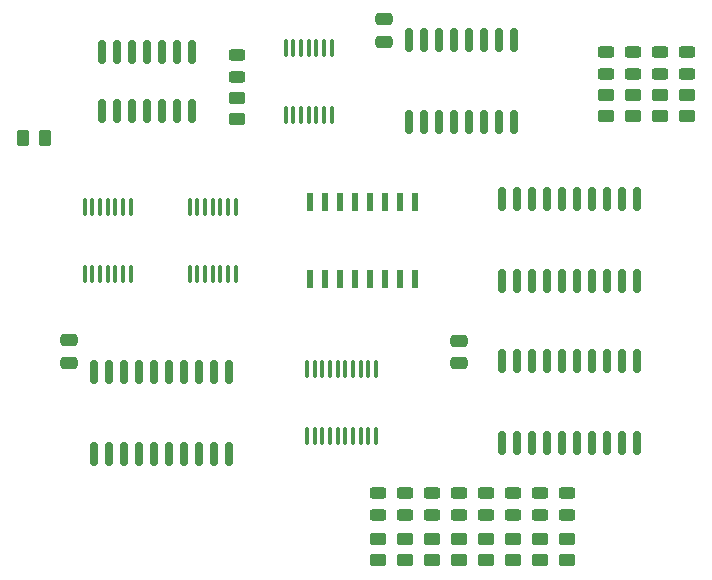
<source format=gbr>
%TF.GenerationSoftware,KiCad,Pcbnew,(6.0.0-0)*%
%TF.CreationDate,2022-10-19T23:32:27-04:00*%
%TF.ProjectId,new-interrupt-handler,6e65772d-696e-4746-9572-727570742d68,rev?*%
%TF.SameCoordinates,Original*%
%TF.FileFunction,Paste,Top*%
%TF.FilePolarity,Positive*%
%FSLAX46Y46*%
G04 Gerber Fmt 4.6, Leading zero omitted, Abs format (unit mm)*
G04 Created by KiCad (PCBNEW (6.0.0-0)) date 2022-10-19 23:32:27*
%MOMM*%
%LPD*%
G01*
G04 APERTURE LIST*
G04 Aperture macros list*
%AMRoundRect*
0 Rectangle with rounded corners*
0 $1 Rounding radius*
0 $2 $3 $4 $5 $6 $7 $8 $9 X,Y pos of 4 corners*
0 Add a 4 corners polygon primitive as box body*
4,1,4,$2,$3,$4,$5,$6,$7,$8,$9,$2,$3,0*
0 Add four circle primitives for the rounded corners*
1,1,$1+$1,$2,$3*
1,1,$1+$1,$4,$5*
1,1,$1+$1,$6,$7*
1,1,$1+$1,$8,$9*
0 Add four rect primitives between the rounded corners*
20,1,$1+$1,$2,$3,$4,$5,0*
20,1,$1+$1,$4,$5,$6,$7,0*
20,1,$1+$1,$6,$7,$8,$9,0*
20,1,$1+$1,$8,$9,$2,$3,0*%
G04 Aperture macros list end*
%ADD10RoundRect,0.150000X0.150000X-0.825000X0.150000X0.825000X-0.150000X0.825000X-0.150000X-0.825000X0*%
%ADD11RoundRect,0.250000X-0.450000X0.262500X-0.450000X-0.262500X0.450000X-0.262500X0.450000X0.262500X0*%
%ADD12RoundRect,0.137500X0.137500X-0.662500X0.137500X0.662500X-0.137500X0.662500X-0.137500X-0.662500X0*%
%ADD13RoundRect,0.150000X0.150000X-0.837500X0.150000X0.837500X-0.150000X0.837500X-0.150000X-0.837500X0*%
%ADD14RoundRect,0.243750X0.456250X-0.243750X0.456250X0.243750X-0.456250X0.243750X-0.456250X-0.243750X0*%
%ADD15RoundRect,0.100000X0.100000X-0.637500X0.100000X0.637500X-0.100000X0.637500X-0.100000X-0.637500X0*%
%ADD16RoundRect,0.250000X-0.262500X-0.450000X0.262500X-0.450000X0.262500X0.450000X-0.262500X0.450000X0*%
%ADD17RoundRect,0.250000X0.475000X-0.250000X0.475000X0.250000X-0.475000X0.250000X-0.475000X-0.250000X0*%
G04 APERTURE END LIST*
D10*
%TO.C,U3*%
X98044000Y-87819000D03*
X99314000Y-87819000D03*
X100584000Y-87819000D03*
X101854000Y-87819000D03*
X103124000Y-87819000D03*
X104394000Y-87819000D03*
X105664000Y-87819000D03*
X105664000Y-82869000D03*
X104394000Y-82869000D03*
X103124000Y-82869000D03*
X101854000Y-82869000D03*
X100584000Y-82869000D03*
X99314000Y-82869000D03*
X98044000Y-82869000D03*
%TD*%
D11*
%TO.C,R2*%
X109474000Y-86717500D03*
X109474000Y-88542500D03*
%TD*%
D12*
%TO.C,U9*%
X115697000Y-102056000D03*
X116967000Y-102056000D03*
X118237000Y-102056000D03*
X119507000Y-102056000D03*
X120777000Y-102056000D03*
X122047000Y-102056000D03*
X123317000Y-102056000D03*
X124587000Y-102056000D03*
X124587000Y-95556000D03*
X123317000Y-95556000D03*
X122047000Y-95556000D03*
X120777000Y-95556000D03*
X119507000Y-95556000D03*
X118237000Y-95556000D03*
X116967000Y-95556000D03*
X115697000Y-95556000D03*
%TD*%
D13*
%TO.C,U6*%
X131953000Y-115984500D03*
X133223000Y-115984500D03*
X134493000Y-115984500D03*
X135763000Y-115984500D03*
X137033000Y-115984500D03*
X138303000Y-115984500D03*
X139573000Y-115984500D03*
X140843000Y-115984500D03*
X142113000Y-115984500D03*
X143383000Y-115984500D03*
X143383000Y-109059500D03*
X142113000Y-109059500D03*
X140843000Y-109059500D03*
X139573000Y-109059500D03*
X138303000Y-109059500D03*
X137033000Y-109059500D03*
X135763000Y-109059500D03*
X134493000Y-109059500D03*
X133223000Y-109059500D03*
X131953000Y-109059500D03*
%TD*%
%TO.C,U4*%
X97417000Y-116872500D03*
X98687000Y-116872500D03*
X99957000Y-116872500D03*
X101227000Y-116872500D03*
X102497000Y-116872500D03*
X103767000Y-116872500D03*
X105037000Y-116872500D03*
X106307000Y-116872500D03*
X107577000Y-116872500D03*
X108847000Y-116872500D03*
X108847000Y-109947500D03*
X107577000Y-109947500D03*
X106307000Y-109947500D03*
X105037000Y-109947500D03*
X103767000Y-109947500D03*
X102497000Y-109947500D03*
X101227000Y-109947500D03*
X99957000Y-109947500D03*
X98687000Y-109947500D03*
X97417000Y-109947500D03*
%TD*%
D14*
%TO.C,D7*%
X123698000Y-122095500D03*
X123698000Y-120220500D03*
%TD*%
%TO.C,D1*%
X109474000Y-85011500D03*
X109474000Y-83136500D03*
%TD*%
D11*
%TO.C,R4*%
X145288000Y-86463500D03*
X145288000Y-88288500D03*
%TD*%
D15*
%TO.C,U8*%
X105492000Y-101668500D03*
X106142000Y-101668500D03*
X106792000Y-101668500D03*
X107442000Y-101668500D03*
X108092000Y-101668500D03*
X108742000Y-101668500D03*
X109392000Y-101668500D03*
X109392000Y-95943500D03*
X108742000Y-95943500D03*
X108092000Y-95943500D03*
X107442000Y-95943500D03*
X106792000Y-95943500D03*
X106142000Y-95943500D03*
X105492000Y-95943500D03*
%TD*%
D14*
%TO.C,D11*%
X132842000Y-122095500D03*
X132842000Y-120220500D03*
%TD*%
%TO.C,D13*%
X137414000Y-122095500D03*
X137414000Y-120220500D03*
%TD*%
D16*
%TO.C,R1*%
X91393000Y-90170000D03*
X93218000Y-90170000D03*
%TD*%
D11*
%TO.C,R13*%
X135128000Y-124055500D03*
X135128000Y-125880500D03*
%TD*%
D17*
%TO.C,C2*%
X128270000Y-109220000D03*
X128270000Y-107320000D03*
%TD*%
D11*
%TO.C,R3*%
X147574000Y-86463500D03*
X147574000Y-88288500D03*
%TD*%
D14*
%TO.C,D6*%
X121412000Y-122095500D03*
X121412000Y-120220500D03*
%TD*%
%TO.C,D10*%
X130556000Y-122095500D03*
X130556000Y-120220500D03*
%TD*%
%TO.C,D3*%
X145288000Y-84757500D03*
X145288000Y-82882500D03*
%TD*%
D15*
%TO.C,U7*%
X115439000Y-115384500D03*
X116089000Y-115384500D03*
X116739000Y-115384500D03*
X117389000Y-115384500D03*
X118039000Y-115384500D03*
X118689000Y-115384500D03*
X119339000Y-115384500D03*
X119989000Y-115384500D03*
X120639000Y-115384500D03*
X121289000Y-115384500D03*
X121289000Y-109659500D03*
X120639000Y-109659500D03*
X119989000Y-109659500D03*
X119339000Y-109659500D03*
X118689000Y-109659500D03*
X118039000Y-109659500D03*
X117389000Y-109659500D03*
X116739000Y-109659500D03*
X116089000Y-109659500D03*
X115439000Y-109659500D03*
%TD*%
D11*
%TO.C,R11*%
X130556000Y-124055500D03*
X130556000Y-125880500D03*
%TD*%
%TO.C,R8*%
X123698000Y-124055500D03*
X123698000Y-125880500D03*
%TD*%
%TO.C,R10*%
X128270000Y-124055500D03*
X128270000Y-125880500D03*
%TD*%
%TO.C,R7*%
X121412000Y-124055500D03*
X121412000Y-125880500D03*
%TD*%
D14*
%TO.C,D5*%
X140716000Y-84757500D03*
X140716000Y-82882500D03*
%TD*%
D17*
%TO.C,C3*%
X121920000Y-81976000D03*
X121920000Y-80076000D03*
%TD*%
D13*
%TO.C,U1*%
X131965000Y-102258500D03*
X133235000Y-102258500D03*
X134505000Y-102258500D03*
X135775000Y-102258500D03*
X137045000Y-102258500D03*
X138315000Y-102258500D03*
X139585000Y-102258500D03*
X140855000Y-102258500D03*
X142125000Y-102258500D03*
X143395000Y-102258500D03*
X143395000Y-95333500D03*
X142125000Y-95333500D03*
X140855000Y-95333500D03*
X139585000Y-95333500D03*
X138315000Y-95333500D03*
X137045000Y-95333500D03*
X135775000Y-95333500D03*
X134505000Y-95333500D03*
X133235000Y-95333500D03*
X131965000Y-95333500D03*
%TD*%
D17*
%TO.C,C1*%
X95250000Y-109154000D03*
X95250000Y-107254000D03*
%TD*%
D14*
%TO.C,D12*%
X135128000Y-122095500D03*
X135128000Y-120220500D03*
%TD*%
%TO.C,D4*%
X143002000Y-84757500D03*
X143002000Y-82882500D03*
%TD*%
D15*
%TO.C,U5*%
X96602000Y-101668500D03*
X97252000Y-101668500D03*
X97902000Y-101668500D03*
X98552000Y-101668500D03*
X99202000Y-101668500D03*
X99852000Y-101668500D03*
X100502000Y-101668500D03*
X100502000Y-95943500D03*
X99852000Y-95943500D03*
X99202000Y-95943500D03*
X98552000Y-95943500D03*
X97902000Y-95943500D03*
X97252000Y-95943500D03*
X96602000Y-95943500D03*
%TD*%
D11*
%TO.C,R6*%
X140716000Y-86463500D03*
X140716000Y-88288500D03*
%TD*%
D14*
%TO.C,D8*%
X125984000Y-122095500D03*
X125984000Y-120220500D03*
%TD*%
D11*
%TO.C,R12*%
X132842000Y-124055500D03*
X132842000Y-125880500D03*
%TD*%
%TO.C,R5*%
X143002000Y-86463500D03*
X143002000Y-88288500D03*
%TD*%
D15*
%TO.C,U2*%
X113620000Y-88206500D03*
X114270000Y-88206500D03*
X114920000Y-88206500D03*
X115570000Y-88206500D03*
X116220000Y-88206500D03*
X116870000Y-88206500D03*
X117520000Y-88206500D03*
X117520000Y-82481500D03*
X116870000Y-82481500D03*
X116220000Y-82481500D03*
X115570000Y-82481500D03*
X114920000Y-82481500D03*
X114270000Y-82481500D03*
X113620000Y-82481500D03*
%TD*%
D11*
%TO.C,R14*%
X137414000Y-124055500D03*
X137414000Y-125880500D03*
%TD*%
D14*
%TO.C,D2*%
X147574000Y-84757500D03*
X147574000Y-82882500D03*
%TD*%
%TO.C,D9*%
X128270000Y-122095500D03*
X128270000Y-120220500D03*
%TD*%
D13*
%TO.C,U10*%
X124079000Y-88806500D03*
X125349000Y-88806500D03*
X126619000Y-88806500D03*
X127889000Y-88806500D03*
X129159000Y-88806500D03*
X130429000Y-88806500D03*
X131699000Y-88806500D03*
X132969000Y-88806500D03*
X132969000Y-81881500D03*
X131699000Y-81881500D03*
X130429000Y-81881500D03*
X129159000Y-81881500D03*
X127889000Y-81881500D03*
X126619000Y-81881500D03*
X125349000Y-81881500D03*
X124079000Y-81881500D03*
%TD*%
D11*
%TO.C,R9*%
X125984000Y-124055500D03*
X125984000Y-125880500D03*
%TD*%
M02*

</source>
